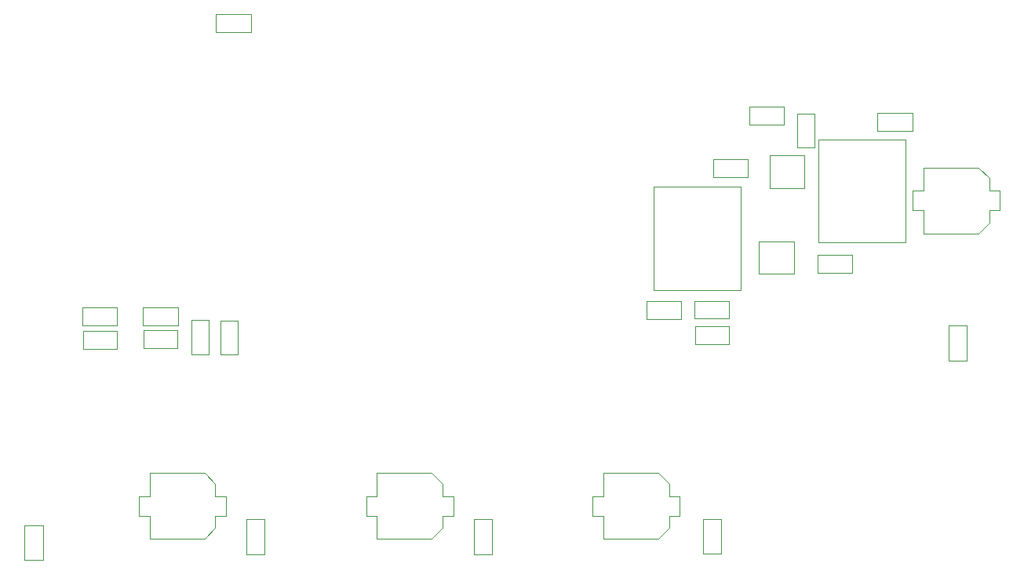
<source format=gbr>
G04 #@! TF.GenerationSoftware,KiCad,Pcbnew,7.0.7+dfsg-1*
G04 #@! TF.CreationDate,2024-09-28T12:15:45+02:00*
G04 #@! TF.ProjectId,motion-board-evoII,6d6f7469-6f6e-42d6-926f-6172642d6576,rev?*
G04 #@! TF.SameCoordinates,Original*
G04 #@! TF.FileFunction,Other,User*
%FSLAX46Y46*%
G04 Gerber Fmt 4.6, Leading zero omitted, Abs format (unit mm)*
G04 Created by KiCad (PCBNEW 7.0.7+dfsg-1) date 2024-09-28 12:15:45*
%MOMM*%
%LPD*%
G01*
G04 APERTURE LIST*
%ADD10C,0.050000*%
G04 APERTURE END LIST*
D10*
X128883800Y-35600600D02*
X128883800Y-37500600D01*
X128883800Y-37500600D02*
X132583800Y-37500600D01*
X132583800Y-35600600D02*
X128883800Y-35600600D01*
X132583800Y-37500600D02*
X132583800Y-35600600D01*
X60659500Y-59196800D02*
X60659500Y-57236800D01*
X60659500Y-57236800D02*
X56899500Y-57236800D01*
X56899500Y-59196800D02*
X60659500Y-59196800D01*
X56899500Y-57236800D02*
X56899500Y-59196800D01*
X129892800Y-50116800D02*
X129892800Y-53616800D01*
X129892800Y-53616800D02*
X133692800Y-53616800D01*
X133692800Y-50116800D02*
X129892800Y-50116800D01*
X133692800Y-53616800D02*
X133692800Y-50116800D01*
X117757900Y-56601800D02*
X117757900Y-58561800D01*
X117757900Y-58561800D02*
X121517900Y-58561800D01*
X121517900Y-56601800D02*
X117757900Y-56601800D01*
X121517900Y-58561800D02*
X121517900Y-56601800D01*
X124972200Y-41264800D02*
X124972200Y-43164800D01*
X124972200Y-43164800D02*
X128672200Y-43164800D01*
X128672200Y-41264800D02*
X124972200Y-41264800D01*
X128672200Y-43164800D02*
X128672200Y-41264800D01*
X155906200Y-46770000D02*
X154756200Y-46770000D01*
X155906200Y-44670000D02*
X155906200Y-46770000D01*
X154756200Y-48120000D02*
X153606200Y-49270000D01*
X154756200Y-46770000D02*
X154756200Y-48120000D01*
X154756200Y-44670000D02*
X155906200Y-44670000D01*
X154756200Y-43320000D02*
X154756200Y-44670000D01*
X154756200Y-43320000D02*
X153606200Y-42170000D01*
X153606200Y-49270000D02*
X147656200Y-49270000D01*
X153606200Y-42170000D02*
X147656200Y-42170000D01*
X147656200Y-46770000D02*
X147656200Y-49270000D01*
X147656200Y-44670000D02*
X146506200Y-44670000D01*
X147656200Y-42170000D02*
X147656200Y-44670000D01*
X146506200Y-46770000D02*
X147656200Y-46770000D01*
X146506200Y-44670000D02*
X146506200Y-46770000D01*
X72416400Y-79739200D02*
X71266400Y-79739200D01*
X72416400Y-77639200D02*
X72416400Y-79739200D01*
X71266400Y-81089200D02*
X70116400Y-82239200D01*
X71266400Y-79739200D02*
X71266400Y-81089200D01*
X71266400Y-77639200D02*
X72416400Y-77639200D01*
X71266400Y-76289200D02*
X71266400Y-77639200D01*
X71266400Y-76289200D02*
X70116400Y-75139200D01*
X70116400Y-82239200D02*
X64166400Y-82239200D01*
X70116400Y-75139200D02*
X64166400Y-75139200D01*
X64166400Y-79739200D02*
X64166400Y-82239200D01*
X64166400Y-77639200D02*
X63016400Y-77639200D01*
X64166400Y-75139200D02*
X64166400Y-77639200D01*
X63016400Y-79739200D02*
X64166400Y-79739200D01*
X63016400Y-77639200D02*
X63016400Y-79739200D01*
X96927400Y-79739200D02*
X95777400Y-79739200D01*
X96927400Y-77639200D02*
X96927400Y-79739200D01*
X95777400Y-81089200D02*
X94627400Y-82239200D01*
X95777400Y-79739200D02*
X95777400Y-81089200D01*
X95777400Y-77639200D02*
X96927400Y-77639200D01*
X95777400Y-76289200D02*
X95777400Y-77639200D01*
X95777400Y-76289200D02*
X94627400Y-75139200D01*
X94627400Y-82239200D02*
X88677400Y-82239200D01*
X94627400Y-75139200D02*
X88677400Y-75139200D01*
X88677400Y-79739200D02*
X88677400Y-82239200D01*
X88677400Y-77639200D02*
X87527400Y-77639200D01*
X88677400Y-75139200D02*
X88677400Y-77639200D01*
X87527400Y-79739200D02*
X88677400Y-79739200D01*
X87527400Y-77639200D02*
X87527400Y-79739200D01*
X60667000Y-61706800D02*
X60667000Y-59806800D01*
X60667000Y-59806800D02*
X56967000Y-59806800D01*
X56967000Y-61706800D02*
X60667000Y-61706800D01*
X56967000Y-59806800D02*
X56967000Y-61706800D01*
X126716400Y-61198800D02*
X126716400Y-59298800D01*
X126716400Y-59298800D02*
X123016400Y-59298800D01*
X123016400Y-61198800D02*
X126716400Y-61198800D01*
X123016400Y-59298800D02*
X123016400Y-61198800D01*
X122991000Y-56581000D02*
X122991000Y-58481000D01*
X122991000Y-58481000D02*
X126691000Y-58481000D01*
X126691000Y-56581000D02*
X122991000Y-56581000D01*
X126691000Y-58481000D02*
X126691000Y-56581000D01*
X67212700Y-59247600D02*
X67212700Y-57287600D01*
X67212700Y-57287600D02*
X63452700Y-57287600D01*
X63452700Y-59247600D02*
X67212700Y-59247600D01*
X63452700Y-57287600D02*
X63452700Y-59247600D01*
X52643600Y-80783900D02*
X50683600Y-80783900D01*
X50683600Y-80783900D02*
X50683600Y-84543900D01*
X52643600Y-84543900D02*
X52643600Y-80783900D01*
X50683600Y-84543900D02*
X52643600Y-84543900D01*
X134843600Y-44371200D02*
X134843600Y-40871200D01*
X134843600Y-40871200D02*
X131043600Y-40871200D01*
X131043600Y-44371200D02*
X134843600Y-44371200D01*
X131043600Y-40871200D02*
X131043600Y-44371200D01*
X123886400Y-83871200D02*
X125846400Y-83871200D01*
X125846400Y-83871200D02*
X125846400Y-80111200D01*
X123886400Y-80111200D02*
X123886400Y-83871200D01*
X125846400Y-80111200D02*
X123886400Y-80111200D01*
X99146800Y-83892700D02*
X101106800Y-83892700D01*
X101106800Y-83892700D02*
X101106800Y-80132700D01*
X99146800Y-80132700D02*
X99146800Y-83892700D01*
X101106800Y-80132700D02*
X99146800Y-80132700D01*
X135950000Y-36326200D02*
X134050000Y-36326200D01*
X134050000Y-36326200D02*
X134050000Y-40026200D01*
X135950000Y-40026200D02*
X135950000Y-36326200D01*
X134050000Y-40026200D02*
X135950000Y-40026200D01*
X71795600Y-62368800D02*
X73695600Y-62368800D01*
X73695600Y-62368800D02*
X73695600Y-58668800D01*
X71795600Y-58668800D02*
X71795600Y-62368800D01*
X73695600Y-58668800D02*
X71795600Y-58668800D01*
X152313200Y-59232400D02*
X150353200Y-59232400D01*
X150353200Y-59232400D02*
X150353200Y-62992400D01*
X152313200Y-62992400D02*
X152313200Y-59232400D01*
X150353200Y-62992400D02*
X152313200Y-62992400D01*
X136275200Y-51602600D02*
X136275200Y-53502600D01*
X136275200Y-53502600D02*
X139975200Y-53502600D01*
X139975200Y-51602600D02*
X136275200Y-51602600D01*
X139975200Y-53502600D02*
X139975200Y-51602600D01*
X68646000Y-62343400D02*
X70546000Y-62343400D01*
X70546000Y-62343400D02*
X70546000Y-58643400D01*
X68646000Y-58643400D02*
X68646000Y-62343400D01*
X70546000Y-58643400D02*
X68646000Y-58643400D01*
X67194800Y-61630600D02*
X67194800Y-59730600D01*
X67194800Y-59730600D02*
X63494800Y-59730600D01*
X63494800Y-61630600D02*
X67194800Y-61630600D01*
X63494800Y-59730600D02*
X63494800Y-61630600D01*
X136313100Y-50253600D02*
X145703100Y-50253600D01*
X145703100Y-50253600D02*
X145703100Y-39103600D01*
X136313100Y-39103600D02*
X136313100Y-50253600D01*
X145703100Y-39103600D02*
X136313100Y-39103600D01*
X71335900Y-25588400D02*
X71335900Y-27548400D01*
X71335900Y-27548400D02*
X75095900Y-27548400D01*
X75095900Y-25588400D02*
X71335900Y-25588400D01*
X75095900Y-27548400D02*
X75095900Y-25588400D01*
X74610400Y-83892700D02*
X76570400Y-83892700D01*
X76570400Y-83892700D02*
X76570400Y-80132700D01*
X74610400Y-80132700D02*
X74610400Y-83892700D01*
X76570400Y-80132700D02*
X74610400Y-80132700D01*
X121387600Y-79739200D02*
X120237600Y-79739200D01*
X121387600Y-77639200D02*
X121387600Y-79739200D01*
X120237600Y-81089200D02*
X119087600Y-82239200D01*
X120237600Y-79739200D02*
X120237600Y-81089200D01*
X120237600Y-77639200D02*
X121387600Y-77639200D01*
X120237600Y-76289200D02*
X120237600Y-77639200D01*
X120237600Y-76289200D02*
X119087600Y-75139200D01*
X119087600Y-82239200D02*
X113137600Y-82239200D01*
X119087600Y-75139200D02*
X113137600Y-75139200D01*
X113137600Y-79739200D02*
X113137600Y-82239200D01*
X113137600Y-77639200D02*
X111987600Y-77639200D01*
X113137600Y-75139200D02*
X113137600Y-77639200D01*
X111987600Y-79739200D02*
X113137600Y-79739200D01*
X111987600Y-77639200D02*
X111987600Y-79739200D01*
X127936400Y-44234400D02*
X118546400Y-44234400D01*
X118546400Y-44234400D02*
X118546400Y-55384400D01*
X127936400Y-55384400D02*
X127936400Y-44234400D01*
X118546400Y-55384400D02*
X127936400Y-55384400D01*
X146470500Y-38241800D02*
X146470500Y-36281800D01*
X146470500Y-36281800D02*
X142710500Y-36281800D01*
X142710500Y-38241800D02*
X146470500Y-38241800D01*
X142710500Y-36281800D02*
X142710500Y-38241800D01*
M02*

</source>
